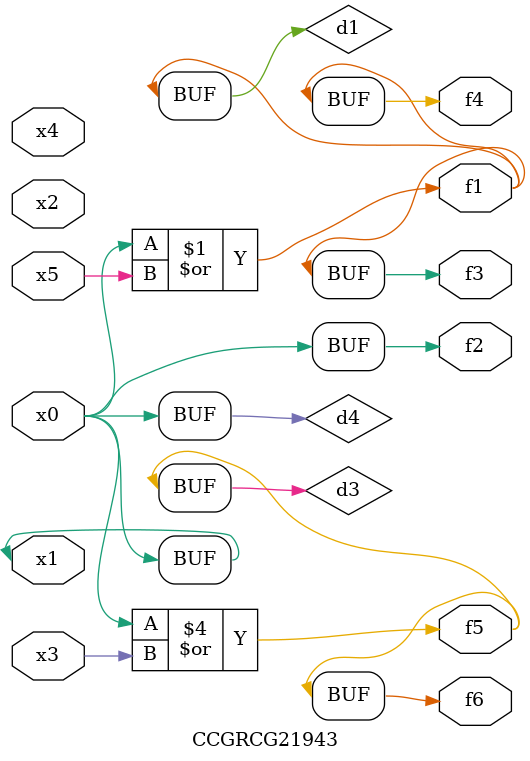
<source format=v>
module CCGRCG21943(
	input x0, x1, x2, x3, x4, x5,
	output f1, f2, f3, f4, f5, f6
);

	wire d1, d2, d3, d4;

	or (d1, x0, x5);
	xnor (d2, x1, x4);
	or (d3, x0, x3);
	buf (d4, x0, x1);
	assign f1 = d1;
	assign f2 = d4;
	assign f3 = d1;
	assign f4 = d1;
	assign f5 = d3;
	assign f6 = d3;
endmodule

</source>
